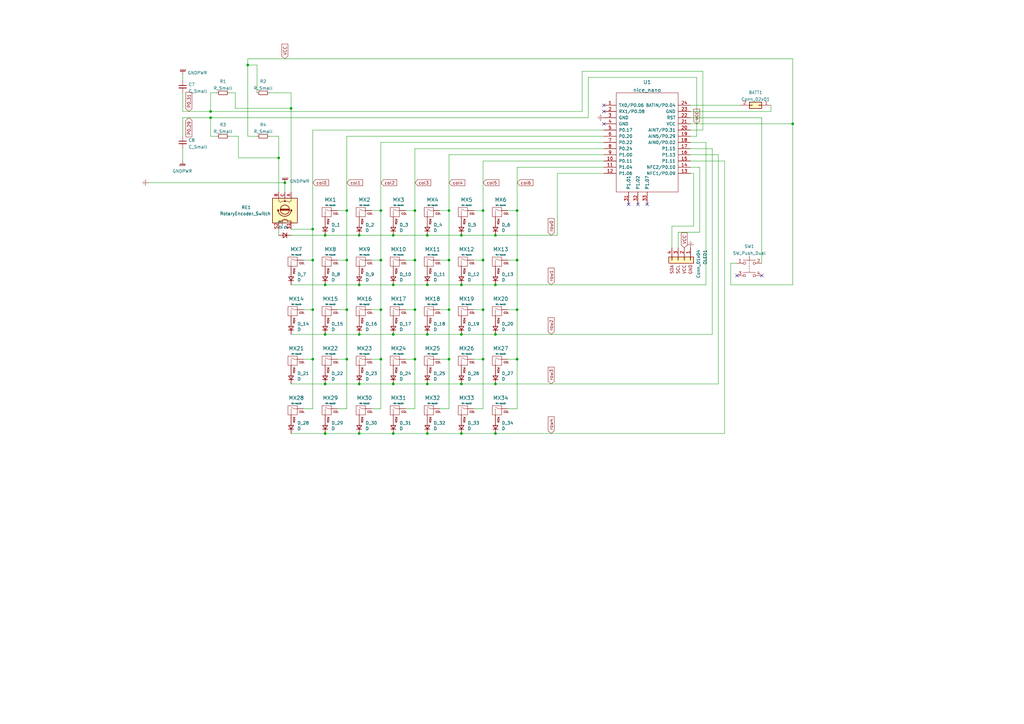
<source format=kicad_sch>
(kicad_sch (version 20211123) (generator eeschema)
  (paper "A3")
  (title_block (title "mk_01_LHS") (date "2022-05-12") (rev "v0.1") (company "Bangor University"))
  (lib_symbols
    (symbol "Connector_Generic:Conn_01x04" (pin_names (offset 1.016) hide)
      (property "Reference" "OLED" (at -4.318 8.5285 0))
      (property "Value" "Conn_01x04" (at -4.318 5.7534 0))
      (symbol "Conn_01x04_0_0"
        (text "GND" (at 3.81 2.54 0) (effects (font (size 1.27 1.27))))
        (text "SCL" (at 3.81 -2.54 0) (effects (font (size 1.27 1.27))))
        (text "SDA" (at 3.81 -5.08 0) (effects (font (size 1.27 1.27))))
        (text "VCC" (at 3.81 0 0) (effects (font (size 1.27 1.27))))
      )
      (symbol "Conn_01x04_1_1"
        (rectangle (start -1.27 -4.953) (end 0 -5.207) (stroke (width 0.1524)))
        (rectangle (start -1.27 -2.413) (end 0 -2.667) (stroke (width 0.1524)))
        (rectangle (start -1.27 0.127) (end 0 -0.127) (stroke (width 0.1524)))
        (rectangle (start -1.27 2.667) (end 0 2.413) (stroke (width 0.1524)))
        (rectangle (start -1.27 3.81) (end 1.27 -6.35) (stroke (width 0.254)) (fill (type background)))
        (pin passive line (at -5.08 2.54 0) (length 3.81) (name "Pin_1") (number "1"))
        (pin passive line (at -5.08 0 0) (length 3.81) (name "Pin_2") (number "2"))
        (pin passive line (at -5.08 -2.54 0) (length 3.81) (name "Pin_3") (number "3"))
        (pin passive line (at -5.08 -5.08 0) (length 3.81) (name "Pin_4") (number "4"))
      )
    )
    (symbol "Connector_Generic:Conn_02x01" (pin_names (offset 1.016) hide)
      (property "Reference" "J" (at 1.27 2.54 0))
      (property "Value" "Conn_02x01" (at 1.27 -2.54 0))
      (symbol "Conn_02x01_1_1"
        (rectangle (start -1.27 0.127) (end 0 -0.127) (stroke (width 0.1524)))
        (rectangle (start -1.27 1.27) (end 3.81 -1.27) (stroke (width 0.254)) (fill (type background)))
        (rectangle (start 3.81 0.127) (end 2.54 -0.127) (stroke (width 0.1524)))
        (pin passive line (at -5.08 0 0) (length 3.81) (name "Pin_1") (number "1"))
        (pin passive line (at 7.62 0 180) (length 3.81) (name "Pin_2") (number "2"))
      )
    )
    (symbol "Device:C_Small" (pin_numbers hide) (pin_names (offset 0.254) hide)
      (property "Reference" "C" (at 0.254 1.778 0))
      (property "Value" "C_Small" (at 0.254 -2.032 0))
      (symbol "C_Small_0_1"
        (polyline (pts (xy -1.524 -0.508) (xy 1.524 -0.508)) (stroke (width 0.3302)))
        (polyline (pts (xy -1.524 0.508) (xy 1.524 0.508)) (stroke (width 0.3048)))
      )
      (symbol "C_Small_1_1"
        (pin passive line (at 0 2.54 270) (length 2.032) (name "~") (number "1"))
        (pin passive line (at 0 -2.54 90) (length 2.032) (name "~") (number "2"))
      )
    )
    (symbol "Device:D_Small" (pin_numbers hide) (pin_names (offset 0.254) hide)
      (property "Reference" "D" (at -1.27 2.032 0))
      (property "Value" "D_Small" (at -3.81 -2.032 0))
      (symbol "D_Small_0_1"
        (polyline (pts (xy -0.762 -1.016) (xy -0.762 1.016)) (stroke (width 0.254)))
        (polyline (pts (xy -0.762 0) (xy 0.762 0)))
        (polyline (pts (xy 0.762 -1.016) (xy -0.762 0) (xy 0.762 1.016) (xy 0.762 -1.016)) (stroke (width 0.254)))
      )
      (symbol "D_Small_1_1"
        (pin passive line (at -2.54 0 0) (length 1.778) (name "K") (number "1"))
        (pin passive line (at 2.54 0 180) (length 1.778) (name "A") (number "2"))
      )
    )
    (symbol "Device:R_Small" (pin_numbers hide) (pin_names (offset 0.254) hide)
      (property "Reference" "R" (at 0.762 0.508 0))
      (property "Value" "R_Small" (at 0.762 -1.016 0))
      (symbol "R_Small_0_1"
        (rectangle (start -0.762 1.778) (end 0.762 -1.778) (stroke (width 0.2032)))
      )
      (symbol "R_Small_1_1"
        (pin passive line (at 0 2.54 270) (length 0.762) (name "~") (number "1"))
        (pin passive line (at 0 -2.54 90) (length 0.762) (name "~") (number "2"))
      )
    )
    (symbol "Device:RotaryEncoder_Switch" (pin_names (offset 0.254) hide)
      (property "Reference" "SW" (at 0 6.604 0))
      (property "Value" "RotaryEncoder_Switch" (at 0 -6.604 0))
      (symbol "RotaryEncoder_Switch_0_1"
        (rectangle (start -5.08 5.08) (end 5.08 -5.08) (stroke (width 0.254)) (fill (type background)))
        (circle (center -3.81 0) (radius 0.254) (fill (type outline)))
        (arc (start -0.381 -2.794) (mid 2.3622 -0.0635) (end -0.381 2.667) (stroke (width 0.254)))
        (circle (center -0.381 0) (radius 1.905) (stroke (width 0.254)))
        (polyline (pts (xy -0.635 -1.778) (xy -0.635 1.778)) (stroke (width 0.254)))
        (polyline (pts (xy -0.381 -1.778) (xy -0.381 1.778)) (stroke (width 0.254)))
        (polyline (pts (xy -0.127 1.778) (xy -0.127 -1.778)) (stroke (width 0.254)))
        (polyline (pts (xy 3.81 0) (xy 3.429 0)) (stroke (width 0.254)))
        (polyline (pts (xy 3.81 1.016) (xy 3.81 -1.016)) (stroke (width 0.254)))
        (polyline (pts (xy -5.08 -2.54) (xy -3.81 -2.54) (xy -3.81 -2.032)))
        (polyline (pts (xy -5.08 2.54) (xy -3.81 2.54) (xy -3.81 2.032)))
        (polyline (pts (xy 0.254 -3.048) (xy -0.508 -2.794) (xy 0.127 -2.413)) (stroke (width 0.254)))
        (polyline (pts (xy 0.254 2.921) (xy -0.508 2.667) (xy 0.127 2.286)) (stroke (width 0.254)))
        (polyline (pts (xy 5.08 -2.54) (xy 4.318 -2.54) (xy 4.318 -1.016)) (stroke (width 0.254)))
        (polyline (pts (xy 5.08 2.54) (xy 4.318 2.54) (xy 4.318 1.016)) (stroke (width 0.254)))
        (polyline (pts (xy -5.08 0) (xy -3.81 0) (xy -3.81 -1.016) (xy -3.302 -2.032)))
        (polyline (pts (xy -4.318 0) (xy -3.81 0) (xy -3.81 1.016) (xy -3.302 2.032)))
        (circle (center 4.318 -1.016) (radius 0.127) (stroke (width 0.254)))
        (circle (center 4.318 1.016) (radius 0.127) (stroke (width 0.254)))
      )
      (symbol "RotaryEncoder_Switch_1_1"
        (pin passive line (at -7.62 2.54 0) (length 2.54) (name "A") (number "A"))
        (pin passive line (at -7.62 -2.54 0) (length 2.54) (name "B") (number "B"))
        (pin passive line (at -7.62 0 0) (length 2.54) (name "C") (number "C"))
        (pin passive line (at 7.62 2.54 180) (length 2.54) (name "S1") (number "S1"))
        (pin passive line (at 7.62 -2.54 180) (length 2.54) (name "S2") (number "S2"))
      )
    )
    (symbol "MX_Alps_Hybrid:MX-NoLED" (pin_names (offset 1.016))
      (property "Reference" "MX" (at -0.635 3.81 0))
      (property "Value" "MX-NoLED" (at -0.635 1.27 0))
      (symbol "MX-NoLED_0_0"
        (rectangle (start -2.54 2.54) (end 1.27 -1.27))
        (polyline (pts (xy -1.27 -1.27) (xy -1.27 1.27)) (stroke (width 0.127)))
        (polyline (pts (xy 1.27 1.27) (xy 0 1.27) (xy -1.27 1.905)) (stroke (width 0.127)))
        (text "COL" (at 3.175 0 0) (effects (font (size 0.762 0.762))))
        (text "ROW" (at 0 -1.905 900) (effects (font (size 0.762 0.762)) (justify right)))
      )
      (symbol "MX-NoLED_1_1"
        (pin passive line (at 3.81 1.27 180) (length 2.54) (name "COL") (number "1"))
        (pin passive line (at -1.27 -3.81 90) (length 2.54) (name "ROW") (number "2"))
      )
    )
    (symbol "Switch:SW_Push_Dual" (pin_names (offset 1.016) hide)
      (property "Reference" "SW" (at 1.27 2.54 0))
      (property "Value" "SW_Push_Dual" (at 0 -6.858 0))
      (symbol "SW_Push_Dual_0_1"
        (circle (center -2.032 -5.08) (radius 0.508))
        (circle (center -2.032 0) (radius 0.508))
        (polyline (pts (xy 0 -3.048) (xy 0 -3.556)))
        (polyline (pts (xy 0 -2.032) (xy 0 -2.54)))
        (polyline (pts (xy 0 -1.524) (xy 0 -1.016)))
        (polyline (pts (xy 0 -0.508) (xy 0 0)))
        (polyline (pts (xy 0 0.508) (xy 0 1.016)))
        (polyline (pts (xy 0 1.27) (xy 0 3.048)))
        (polyline (pts (xy 2.54 -3.81) (xy -2.54 -3.81)))
        (polyline (pts (xy 2.54 1.27) (xy -2.54 1.27)))
        (circle (center 2.032 -5.08) (radius 0.508))
        (circle (center 2.032 0) (radius 0.508))
        (pin passive line (at -5.08 0 0) (length 2.54) (name "1") (number "1"))
        (pin passive line (at 5.08 0 180) (length 2.54) (name "2") (number "2"))
        (pin passive line (at -5.08 -5.08 0) (length 2.54) (name "3") (number "3"))
        (pin passive line (at 5.08 -5.08 180) (length 2.54) (name "4") (number "4"))
      )
    )
    (symbol "nice_nano:nice_nano" (pin_names (offset 1.016))
      (property "Reference" "U" (at 0 0 0))
      (property "Value" "nice_nano" (at 0 2.54 0))
      (symbol "nice_nano_0_1"
        (rectangle (start -12.7 -21.59) (end 12.7 19.05))
      )
      (symbol "nice_nano_1_1"
        (pin input line (at -17.78 13.97 0) (length 5.08) (name "TX0/P0.06") (number "1"))
        (pin input line (at -17.78 -8.89 0) (length 5.08) (name "P0.11") (number "10"))
        (pin input line (at -17.78 -11.43 0) (length 5.08) (name "P1.04") (number "11"))
        (pin input line (at -17.78 -13.97 0) (length 5.08) (name "P1.06") (number "12"))
        (pin input line (at 17.78 -13.97 180) (length 5.08) (name "NFC1/P0.09") (number "13"))
        (pin input line (at 17.78 -11.43 180) (length 5.08) (name "NFC2/P0.10") (number "14"))
        (pin input line (at 17.78 -8.89 180) (length 5.08) (name "P1.11") (number "15"))
        (pin input line (at 17.78 -6.35 180) (length 5.08) (name "P1.13") (number "16"))
        (pin input line (at 17.78 -3.81 180) (length 5.08) (name "P1.15") (number "17"))
        (pin input line (at 17.78 -1.27 180) (length 5.08) (name "AIN0/P0.02") (number "18"))
        (pin input line (at 17.78 1.27 180) (length 5.08) (name "AIN5/P0.29") (number "19"))
        (pin input line (at -17.78 11.43 0) (length 5.08) (name "RX1/P0.08") (number "2"))
        (pin input line (at 17.78 3.81 180) (length 5.08) (name "AIN7/P0.31") (number "20"))
        (pin input line (at 17.78 6.35 180) (length 5.08) (name "VCC") (number "21"))
        (pin input line (at 17.78 8.89 180) (length 5.08) (name "RST") (number "22"))
        (pin input line (at 17.78 11.43 180) (length 5.08) (name "GND") (number "23"))
        (pin input line (at 17.78 13.97 180) (length 5.08) (name "BATIN/P0.04") (number "24"))
        (pin input line (at -17.78 8.89 0) (length 5.08) (name "GND") (number "3"))
        (pin input line (at -7.62 -26.67 90) (length 5.08) (name "P1.01") (number "31"))
        (pin input line (at -3.81 -26.67 90) (length 5.08) (name "P1.02") (number "32"))
        (pin input line (at 0 -26.67 90) (length 5.08) (name "P1.07") (number "33"))
        (pin input line (at -17.78 6.35 0) (length 5.08) (name "GND") (number "4"))
        (pin input line (at -17.78 3.81 0) (length 5.08) (name "P0.17") (number "5"))
        (pin input line (at -17.78 1.27 0) (length 5.08) (name "P0.20") (number "6"))
        (pin input line (at -17.78 -1.27 0) (length 5.08) (name "P0.22") (number "7"))
        (pin input line (at -17.78 -3.81 0) (length 5.08) (name "P0.24") (number "8"))
        (pin input line (at -17.78 -6.35 0) (length 5.08) (name "P1.00") (number "9"))
      )
    )
    (symbol "power:Earth" (power) (pin_names (offset 0))
      (symbol "Earth_0_1"
        (polyline (pts (xy -0.635 -1.905) (xy 0.635 -1.905)))
        (polyline (pts (xy -0.127 -2.54) (xy 0.127 -2.54)))
        (polyline (pts (xy 0 -1.27) (xy 0 0)))
        (polyline (pts (xy 1.27 -1.27) (xy -1.27 -1.27)))
      )
      (symbol "Earth_1_1"
        (pin power_in line (at 0 0 270) (length 0) hide (name "Earth") (number "1"))
      )
    )
    (symbol "power:GNDPWR" (power) (pin_names (offset 0))
      (property "Value" "GNDPWR" (at 0 -3.302 0))
      (symbol "GNDPWR_0_1"
        (polyline (pts (xy 0 -1.27) (xy 0 0)))
        (polyline (pts (xy -1.016 -1.27) (xy -1.27 -2.032) (xy -1.27 -2.032)) (stroke (width 0.2032)))
        (polyline (pts (xy -0.508 -1.27) (xy -0.762 -2.032) (xy -0.762 -2.032)) (stroke (width 0.2032)))
        (polyline (pts (xy 0 -1.27) (xy -0.254 -2.032) (xy -0.254 -2.032)) (stroke (width 0.2032)))
        (polyline (pts (xy 0.508 -1.27) (xy 0.254 -2.032) (xy 0.254 -2.032)) (stroke (width 0.2032)))
        (polyline (pts (xy 1.016 -1.27) (xy -1.016 -1.27) (xy -1.016 -1.27)) (stroke (width 0.2032)))
        (polyline (pts (xy 1.016 -1.27) (xy 0.762 -2.032) (xy 0.762 -2.032) (xy 0.762 -2.032)) (stroke (width 0.2032)))
      )
      (symbol "GNDPWR_1_1"
        (pin power_in line (at 0 0 270) (length 0) hide (name "GNDPWR") (number "1"))
      )
    )
  )
  (junction (at 142.24 106.68))
  (junction (at 156.21 127))
  (junction (at 161.29 116.84))
  (junction (at 156.21 106.68))
  (junction (at 175.26 96.52))
  (junction (at 175.26 177.8))
  (junction (at 203.2 157.48))
  (junction (at 142.24 86.36))
  (junction (at 184.15 147.32))
  (junction (at 189.23 137.16))
  (junction (at 161.29 157.48))
  (junction (at 147.32 177.8))
  (junction (at 86.36 45.72))
  (junction (at 184.15 86.36))
  (junction (at 161.29 137.16))
  (junction (at 184.15 106.68))
  (junction (at 101.6 26.67))
  (junction (at 198.12 86.36))
  (junction (at 175.26 137.16))
  (junction (at 142.24 127))
  (junction (at 147.32 137.16))
  (junction (at 128.27 127))
  (junction (at 147.32 116.84))
  (junction (at 156.21 147.32))
  (junction (at 203.2 137.16))
  (junction (at 212.09 106.68))
  (junction (at 198.12 106.68))
  (junction (at 114.3 64.77))
  (junction (at 212.09 127))
  (junction (at 203.2 116.84))
  (junction (at 133.35 116.84))
  (junction (at 170.18 86.36))
  (junction (at 86.36 48.26))
  (junction (at 189.23 177.8))
  (junction (at 119.38 44.45))
  (junction (at 203.2 96.52))
  (junction (at 161.29 96.52))
  (junction (at 156.21 86.36))
  (junction (at 198.12 147.32))
  (junction (at 133.35 137.16))
  (junction (at 189.23 96.52))
  (junction (at 128.27 147.32))
  (junction (at 147.32 157.48))
  (junction (at 325.12 50.8))
  (junction (at 133.35 96.52))
  (junction (at 128.27 106.68))
  (junction (at 198.12 127))
  (junction (at 133.35 177.8))
  (junction (at 170.18 106.68))
  (junction (at 128.27 93.98))
  (junction (at 133.35 157.48))
  (junction (at 175.26 116.84))
  (junction (at 147.32 96.52))
  (junction (at 212.09 86.36))
  (junction (at 189.23 116.84))
  (junction (at 203.2 177.8))
  (junction (at 161.29 177.8))
  (junction (at 142.24 147.32))
  (junction (at 170.18 127))
  (junction (at 189.23 157.48))
  (junction (at 184.15 127))
  (junction (at 175.26 157.48))
  (junction (at 212.09 147.32))
  (junction (at 116.84 74.93))
  (junction (at 170.18 147.32))
  (no_connect (at 257.81 83.82))
  (no_connect (at 265.43 83.82))
  (no_connect (at 261.62 83.82))
  (no_connect (at 247.65 43.18))
  (no_connect (at 247.65 45.72))
  (no_connect (at 247.65 50.8))
  (no_connect (at 312.42 113.03))
  (no_connect (at 302.26 113.03))
  (wire (pts (xy 156.21 58.42) (xy 247.65 58.42)))
  (wire (pts (xy 184.15 127) (xy 184.15 147.32)))
  (wire (pts (xy 294.64 63.5) (xy 294.64 157.48)))
  (wire (pts (xy 275.59 92.71) (xy 284.48 92.71)))
  (wire (pts (xy 299.72 107.95) (xy 299.72 116.84)))
  (wire (pts (xy 212.09 147.32) (xy 208.28 147.32)))
  (wire (pts (xy 184.15 106.68) (xy 184.15 127)))
  (wire (pts (xy 114.3 64.77) (xy 97.79 64.77)))
  (wire (pts (xy 302.26 107.95) (xy 299.72 107.95)))
  (wire (pts (xy 119.38 44.45) (xy 119.38 78.74)))
  (wire (pts (xy 203.2 177.8) (xy 297.18 177.8)))
  (wire (pts (xy 114.3 55.88) (xy 114.3 64.77)))
  (wire (pts (xy 184.15 167.64) (xy 180.34 167.64)))
  (wire (pts (xy 285.75 31.75) (xy 285.75 55.88)))
  (wire (pts (xy 212.09 147.32) (xy 212.09 167.64)))
  (wire (pts (xy 312.42 48.26) (xy 283.21 48.26)))
  (wire (pts (xy 110.49 55.88) (xy 114.3 55.88)))
  (wire (pts (xy 184.15 63.5) (xy 247.65 63.5)))
  (wire (pts (xy 86.36 48.26) (xy 241.3 48.26)))
  (wire (pts (xy 198.12 167.64) (xy 194.31 167.64)))
  (wire (pts (xy 161.29 177.8) (xy 175.26 177.8)))
  (wire (pts (xy 283.21 60.96) (xy 292.1 60.96)))
  (wire (pts (xy 128.27 127) (xy 128.27 147.32)))
  (wire (pts (xy 198.12 147.32) (xy 198.12 167.64)))
  (wire (pts (xy 283.21 43.18) (xy 303.53 43.18)))
  (wire (pts (xy 74.93 45.72) (xy 86.36 45.72)))
  (wire (pts (xy 238.76 29.21) (xy 288.29 29.21)))
  (wire (pts (xy 74.93 30.48) (xy 74.93 33.02)))
  (wire (pts (xy 170.18 127) (xy 170.18 147.32)))
  (wire (pts (xy 142.24 106.68) (xy 142.24 127)))
  (wire (pts (xy 128.27 53.34) (xy 128.27 93.98)))
  (wire (pts (xy 116.84 78.74) (xy 116.84 74.93)))
  (wire (pts (xy 142.24 127) (xy 138.43 127)))
  (wire (pts (xy 86.36 55.88) (xy 88.9 55.88)))
  (wire (pts (xy 142.24 106.68) (xy 138.43 106.68)))
  (wire (pts (xy 101.6 26.67) (xy 105.41 26.67)))
  (wire (pts (xy 283.21 68.58) (xy 287.02 68.58)))
  (wire (pts (xy 212.09 68.58) (xy 247.65 68.58)))
  (wire (pts (xy 285.75 55.88) (xy 283.21 55.88)))
  (wire (pts (xy 101.6 26.67) (xy 101.6 55.88)))
  (wire (pts (xy 289.56 58.42) (xy 283.21 58.42)))
  (wire (pts (xy 325.12 50.8) (xy 325.12 116.84)))
  (wire (pts (xy 170.18 106.68) (xy 170.18 127)))
  (wire (pts (xy 86.36 45.72) (xy 238.76 45.72)))
  (wire (pts (xy 128.27 53.34) (xy 247.65 53.34)))
  (wire (pts (xy 110.49 38.1) (xy 119.38 38.1)))
  (wire (pts (xy 119.38 93.98) (xy 128.27 93.98)))
  (wire (pts (xy 147.32 177.8) (xy 161.29 177.8)))
  (wire (pts (xy 189.23 116.84) (xy 203.2 116.84)))
  (wire (pts (xy 198.12 106.68) (xy 198.12 127)))
  (wire (pts (xy 161.29 116.84) (xy 175.26 116.84)))
  (wire (pts (xy 198.12 127) (xy 194.31 127)))
  (wire (pts (xy 74.93 66.04) (xy 74.93 60.96)))
  (wire (pts (xy 170.18 167.64) (xy 166.37 167.64)))
  (wire (pts (xy 156.21 167.64) (xy 152.4 167.64)))
  (wire (pts (xy 128.27 106.68) (xy 124.46 106.68)))
  (wire (pts (xy 316.23 45.72) (xy 316.23 43.18)))
  (wire (pts (xy 156.21 106.68) (xy 156.21 127)))
  (wire (pts (xy 142.24 55.88) (xy 247.65 55.88)))
  (wire (pts (xy 312.42 107.95) (xy 312.42 48.26)))
  (wire (pts (xy 119.38 38.1) (xy 119.38 44.45)))
  (wire (pts (xy 189.23 157.48) (xy 203.2 157.48)))
  (wire (pts (xy 284.48 92.71) (xy 284.48 71.12)))
  (wire (pts (xy 86.36 48.26) (xy 86.36 55.88)))
  (wire (pts (xy 142.24 127) (xy 142.24 147.32)))
  (wire (pts (xy 212.09 127) (xy 212.09 147.32)))
  (wire (pts (xy 128.27 147.32) (xy 128.27 167.64)))
  (wire (pts (xy 147.32 157.48) (xy 161.29 157.48)))
  (wire (pts (xy 96.52 38.1) (xy 93.98 38.1)))
  (wire (pts (xy 212.09 167.64) (xy 208.28 167.64)))
  (wire (pts (xy 161.29 96.52) (xy 175.26 96.52)))
  (wire (pts (xy 228.6 96.52) (xy 228.6 71.12)))
  (wire (pts (xy 128.27 106.68) (xy 128.27 127)))
  (wire (pts (xy 119.38 96.52) (xy 133.35 96.52)))
  (wire (pts (xy 96.52 44.45) (xy 96.52 38.1)))
  (wire (pts (xy 212.09 127) (xy 208.28 127)))
  (wire (pts (xy 97.79 64.77) (xy 97.79 55.88)))
  (wire (pts (xy 198.12 127) (xy 198.12 147.32)))
  (wire (pts (xy 128.27 147.32) (xy 124.46 147.32)))
  (wire (pts (xy 170.18 106.68) (xy 166.37 106.68)))
  (wire (pts (xy 128.27 127) (xy 124.46 127)))
  (wire (pts (xy 161.29 137.16) (xy 175.26 137.16)))
  (wire (pts (xy 97.79 55.88) (xy 93.98 55.88)))
  (wire (pts (xy 156.21 127) (xy 156.21 147.32)))
  (wire (pts (xy 74.93 48.26) (xy 74.93 55.88)))
  (wire (pts (xy 203.2 116.84) (xy 289.56 116.84)))
  (wire (pts (xy 86.36 45.72) (xy 86.36 38.1)))
  (wire (pts (xy 184.15 63.5) (xy 184.15 86.36)))
  (wire (pts (xy 161.29 157.48) (xy 175.26 157.48)))
  (wire (pts (xy 184.15 147.32) (xy 180.34 147.32)))
  (wire (pts (xy 288.29 53.34) (xy 283.21 53.34)))
  (wire (pts (xy 283.21 66.04) (xy 297.18 66.04)))
  (wire (pts (xy 105.41 26.67) (xy 105.41 38.1)))
  (wire (pts (xy 119.38 116.84) (xy 133.35 116.84)))
  (wire (pts (xy 170.18 147.32) (xy 170.18 167.64)))
  (wire (pts (xy 292.1 60.96) (xy 292.1 137.16)))
  (wire (pts (xy 175.26 177.8) (xy 189.23 177.8)))
  (wire (pts (xy 212.09 86.36) (xy 212.09 106.68)))
  (wire (pts (xy 128.27 167.64) (xy 124.46 167.64)))
  (wire (pts (xy 60.96 74.93) (xy 116.84 74.93)))
  (wire (pts (xy 101.6 55.88) (xy 105.41 55.88)))
  (wire (pts (xy 289.56 58.42) (xy 289.56 116.84)))
  (wire (pts (xy 198.12 147.32) (xy 194.31 147.32)))
  (wire (pts (xy 175.26 116.84) (xy 189.23 116.84)))
  (wire (pts (xy 228.6 71.12) (xy 247.65 71.12)))
  (wire (pts (xy 128.27 93.98) (xy 128.27 106.68)))
  (wire (pts (xy 147.32 96.52) (xy 161.29 96.52)))
  (wire (pts (xy 166.37 86.36) (xy 170.18 86.36)))
  (wire (pts (xy 114.3 93.98) (xy 114.3 96.52)))
  (wire (pts (xy 189.23 177.8) (xy 203.2 177.8)))
  (wire (pts (xy 184.15 106.68) (xy 180.34 106.68)))
  (wire (pts (xy 156.21 58.42) (xy 156.21 86.36)))
  (wire (pts (xy 241.3 48.26) (xy 241.3 31.75)))
  (wire (pts (xy 142.24 167.64) (xy 138.43 167.64)))
  (wire (pts (xy 175.26 157.48) (xy 189.23 157.48)))
  (wire (pts (xy 198.12 66.04) (xy 247.65 66.04)))
  (wire (pts (xy 142.24 147.32) (xy 142.24 167.64)))
  (wire (pts (xy 119.38 137.16) (xy 133.35 137.16)))
  (wire (pts (xy 299.72 116.84) (xy 325.12 116.84)))
  (wire (pts (xy 156.21 147.32) (xy 152.4 147.32)))
  (wire (pts (xy 74.93 38.1) (xy 74.93 45.72)))
  (wire (pts (xy 156.21 106.68) (xy 152.4 106.68)))
  (wire (pts (xy 119.38 177.8) (xy 133.35 177.8)))
  (wire (pts (xy 288.29 29.21) (xy 288.29 53.34)))
  (wire (pts (xy 283.21 45.72) (xy 316.23 45.72)))
  (wire (pts (xy 133.35 96.52) (xy 147.32 96.52)))
  (wire (pts (xy 283.21 63.5) (xy 294.64 63.5)))
  (wire (pts (xy 156.21 86.36) (xy 156.21 106.68)))
  (wire (pts (xy 170.18 147.32) (xy 166.37 147.32)))
  (wire (pts (xy 238.76 45.72) (xy 238.76 29.21)))
  (wire (pts (xy 287.02 68.58) (xy 287.02 95.25)))
  (wire (pts (xy 133.35 116.84) (xy 147.32 116.84)))
  (wire (pts (xy 198.12 66.04) (xy 198.12 86.36)))
  (wire (pts (xy 287.02 95.25) (xy 278.13 95.25)))
  (wire (pts (xy 114.3 64.77) (xy 114.3 78.74)))
  (wire (pts (xy 86.36 38.1) (xy 88.9 38.1)))
  (wire (pts (xy 147.32 137.16) (xy 161.29 137.16)))
  (wire (pts (xy 194.31 86.36) (xy 198.12 86.36)))
  (wire (pts (xy 184.15 127) (xy 180.34 127)))
  (wire (pts (xy 198.12 86.36) (xy 198.12 106.68)))
  (wire (pts (xy 203.2 157.48) (xy 294.64 157.48)))
  (wire (pts (xy 101.6 24.13) (xy 325.12 24.13)))
  (wire (pts (xy 212.09 106.68) (xy 208.28 106.68)))
  (wire (pts (xy 212.09 68.58) (xy 212.09 86.36)))
  (wire (pts (xy 170.18 127) (xy 166.37 127)))
  (wire (pts (xy 170.18 60.96) (xy 170.18 86.36)))
  (wire (pts (xy 138.43 86.36) (xy 142.24 86.36)))
  (wire (pts (xy 119.38 157.48) (xy 133.35 157.48)))
  (wire (pts (xy 198.12 106.68) (xy 194.31 106.68)))
  (wire (pts (xy 275.59 101.6) (xy 275.59 92.71)))
  (wire (pts (xy 175.26 96.52) (xy 189.23 96.52)))
  (wire (pts (xy 101.6 26.67) (xy 101.6 24.13)))
  (wire (pts (xy 156.21 147.32) (xy 156.21 167.64)))
  (wire (pts (xy 175.26 137.16) (xy 189.23 137.16)))
  (wire (pts (xy 133.35 137.16) (xy 147.32 137.16)))
  (wire (pts (xy 152.4 86.36) (xy 156.21 86.36)))
  (wire (pts (xy 278.13 95.25) (xy 278.13 101.6)))
  (wire (pts (xy 156.21 127) (xy 152.4 127)))
  (wire (pts (xy 208.28 86.36) (xy 212.09 86.36)))
  (wire (pts (xy 119.38 44.45) (xy 96.52 44.45)))
  (wire (pts (xy 142.24 55.88) (xy 142.24 86.36)))
  (wire (pts (xy 283.21 50.8) (xy 325.12 50.8)))
  (wire (pts (xy 212.09 106.68) (xy 212.09 127)))
  (wire (pts (xy 189.23 96.52) (xy 203.2 96.52)))
  (wire (pts (xy 133.35 157.48) (xy 147.32 157.48)))
  (wire (pts (xy 184.15 86.36) (xy 184.15 106.68)))
  (wire (pts (xy 241.3 31.75) (xy 285.75 31.75)))
  (wire (pts (xy 147.32 116.84) (xy 161.29 116.84)))
  (wire (pts (xy 297.18 66.04) (xy 297.18 177.8)))
  (wire (pts (xy 180.34 86.36) (xy 184.15 86.36)))
  (wire (pts (xy 142.24 147.32) (xy 138.43 147.32)))
  (wire (pts (xy 170.18 60.96) (xy 247.65 60.96)))
  (wire (pts (xy 170.18 86.36) (xy 170.18 106.68)))
  (wire (pts (xy 203.2 96.52) (xy 228.6 96.52)))
  (wire (pts (xy 325.12 24.13) (xy 325.12 50.8)))
  (wire (pts (xy 133.35 177.8) (xy 147.32 177.8)))
  (wire (pts (xy 142.24 86.36) (xy 142.24 106.68)))
  (wire (pts (xy 184.15 147.32) (xy 184.15 167.64)))
  (wire (pts (xy 189.23 137.16) (xy 203.2 137.16)))
  (wire (pts (xy 284.48 71.12) (xy 283.21 71.12)))
  (wire (pts (xy 74.93 48.26) (xy 86.36 48.26)))
  (wire (pts (xy 203.2 137.16) (xy 292.1 137.16)))
  (global_label "row2" (shape input) (at 226.06 137.16 90) (property "Intersheet References" "${INTERSHEET_REFS}" (effects hide)))
  (global_label "P0.29" (shape input) (at 77.47 48.26 270) (property "Intersheet References" "${INTERSHEET_REFS}" (effects hide)))
  (global_label "row3" (shape input) (at 226.06 157.48 90) (property "Intersheet References" "${INTERSHEET_REFS}" (effects hide)))
  (global_label "col6" (shape input) (at 212.09 74.93 0) (property "Intersheet References" "${INTERSHEET_REFS}" (effects hide)))
  (global_label "col1" (shape input) (at 142.24 74.93 0) (property "Intersheet References" "${INTERSHEET_REFS}" (effects hide)))
  (global_label "VCC" (shape input) (at 280.67 101.6 90) (property "Intersheet References" "${INTERSHEET_REFS}" (effects hide)))
  (global_label "col5" (shape input) (at 198.12 74.93 0) (property "Intersheet References" "${INTERSHEET_REFS}" (effects hide)))
  (global_label "col0" (shape input) (at 128.27 74.93 0) (property "Intersheet References" "${INTERSHEET_REFS}" (effects hide)))
  (global_label "VCC" (shape input) (at 285.75 50.8 90) (property "Intersheet References" "${INTERSHEET_REFS}" (effects hide)))
  (global_label "col2" (shape input) (at 156.21 74.93 0) (property "Intersheet References" "${INTERSHEET_REFS}" (effects hide)))
  (global_label "VCC" (shape input) (at 116.84 24.13 90) (property "Intersheet References" "${INTERSHEET_REFS}" (effects hide)))
  (global_label "row0" (shape input) (at 226.06 96.52 90) (property "Intersheet References" "${INTERSHEET_REFS}" (effects hide)))
  (global_label "row4" (shape input) (at 226.06 177.8 90) (property "Intersheet References" "${INTERSHEET_REFS}" (effects hide)))
  (global_label "P0.31" (shape input) (at 77.47 45.72 90) (property "Intersheet References" "${INTERSHEET_REFS}" (effects hide)))
  (global_label "col3" (shape input) (at 170.18 74.93 0) (property "Intersheet References" "${INTERSHEET_REFS}" (effects hide)))
  (global_label "col4" (shape input) (at 184.15 74.93 0) (property "Intersheet References" "${INTERSHEET_REFS}" (effects hide)))
  (global_label "row1" (shape input) (at 226.06 116.84 90) (property "Intersheet References" "${INTERSHEET_REFS}" (effects hide)))
  (symbol (lib_id "Device:D_Small") (at 119.38 114.3 90) (unit 1)
    (property "Reference" "D_7" (at 121.92 112.522 90) (effects (justify right)))
    (property "Value" "D" (at 121.92 114.808 90) (effects (justify right)))
    (property "Footprint" "Diode_SMD:D_SOD-123" (effects hide))
  )
  (symbol (lib_id "MX_Alps_Hybrid:MX-NoLED") (at 148.59 128.27 0) (unit 1)
    (property "Reference" "MX16" (at 149.4756 122.5765 0) (effects (font (size 1.524 1.524))))
    (property "Value" "MX-NoLED" (at 149.4756 124.8471 0) (effects (font (size 0.508 0.508))))
    (property "Footprint" "MX_Only:MXOnly-1U-Hotswap-NoLED" (effects hide))
  )
  (symbol (lib_id "Device:D_Small") (at 189.23 134.62 90) (unit 1)
    (property "Reference" "D_19" (at 191.77 132.842 90) (effects (justify right)))
    (property "Value" "D" (at 191.77 135.128 90) (effects (justify right)))
    (property "Footprint" "Diode_SMD:D_SOD-123" (effects hide))
  )
  (symbol (lib_id "Device:D_Small") (at 189.23 154.94 90) (unit 1)
    (property "Reference" "D_26" (at 191.77 153.162 90) (effects (justify right)))
    (property "Value" "D" (at 191.77 155.448 90) (effects (justify right)))
    (property "Footprint" "Diode_SMD:D_SOD-123" (effects hide))
  )
  (symbol (lib_id "Device:D_Small") (at 119.38 154.94 90) (unit 1)
    (property "Reference" "D_21" (at 121.92 153.162 90) (effects (justify right)))
    (property "Value" "D" (at 121.92 155.448 90) (effects (justify right)))
    (property "Footprint" "Diode_SMD:D_SOD-123" (effects hide))
  )
  (symbol (lib_id "MX_Alps_Hybrid:MX-NoLED") (at 120.65 148.59 0) (unit 1)
    (property "Reference" "MX21" (at 121.5356 142.8965 0) (effects (font (size 1.524 1.524))))
    (property "Value" "MX-NoLED" (at 121.5356 145.1671 0) (effects (font (size 0.508 0.508))))
    (property "Footprint" "MX_Only:MXOnly-1U-Hotswap-NoLED" (effects hide))
  )
  (symbol (lib_id "MX_Alps_Hybrid:MX-NoLED") (at 176.53 168.91 0) (unit 1)
    (property "Reference" "MX32" (at 177.4156 163.2165 0) (effects (font (size 1.524 1.524))))
    (property "Value" "MX-NoLED" (at 177.4156 165.4871 0) (effects (font (size 0.508 0.508))))
    (property "Footprint" "MX_Only:MXOnly-1U-Hotswap-NoLED" (effects hide))
  )
  (symbol (lib_id "power:GNDPWR") (at 74.93 30.48 180) (unit 1)
    (property "Reference" "#PWR0103" (effects hide))
    (property "Value" "GNDPWR" (at 76.9366 29.8922 0) (effects (justify right)))
  )
  (symbol (lib_id "Device:D_Small") (at 175.26 154.94 90) (unit 1)
    (property "Reference" "D_25" (at 177.8 153.162 90) (effects (justify right)))
    (property "Value" "D" (at 177.8 155.448 90) (effects (justify right)))
    (property "Footprint" "Diode_SMD:D_SOD-123" (effects hide))
  )
  (symbol (lib_id "Device:D_Small") (at 189.23 175.26 90) (unit 1)
    (property "Reference" "D_33" (at 191.77 173.482 90) (effects (justify right)))
    (property "Value" "D" (at 191.77 175.768 90) (effects (justify right)))
    (property "Footprint" "Diode_SMD:D_SOD-123" (effects hide))
  )
  (symbol (lib_id "Device:D_Small") (at 133.35 134.62 90) (unit 1)
    (property "Reference" "D_15" (at 135.89 132.842 90) (effects (justify right)))
    (property "Value" "D" (at 135.89 135.128 90) (effects (justify right)))
    (property "Footprint" "Diode_SMD:D_SOD-123" (effects hide))
  )
  (symbol (lib_id "Connector_Generic:Conn_02x01") (at 311.15 43.18 180) (unit 1)
    (property "Reference" "BATT1" (at 309.88 37.9435 0))
    (property "Value" "Conn_02x01" (at 309.88 40.7186 0))
    (property "Footprint" "Capacitor_THT:C_Rect_L41.5mm_W20.0mm_P37.50mm_MKS4" (effects hide))
  )
  (symbol (lib_id "Device:D_Small") (at 133.35 114.3 90) (unit 1)
    (property "Reference" "D_8" (at 135.89 112.522 90) (effects (justify right)))
    (property "Value" "D" (at 135.89 114.808 90) (effects (justify right)))
    (property "Footprint" "Diode_SMD:D_SOD-123" (effects hide))
  )
  (symbol (lib_id "MX_Alps_Hybrid:MX-NoLED") (at 162.56 107.95 0) (unit 1)
    (property "Reference" "MX10" (at 163.4456 102.2565 0) (effects (font (size 1.524 1.524))))
    (property "Value" "MX-NoLED" (at 163.4456 104.5271 0) (effects (font (size 0.508 0.508))))
    (property "Footprint" "MX_Only:MXOnly-1U-Hotswap-NoLED" (effects hide))
  )
  (symbol (lib_id "MX_Alps_Hybrid:MX-NoLED") (at 190.5 87.63 0) (unit 1)
    (property "Reference" "MX5" (at 191.3856 81.9365 0) (effects (font (size 1.524 1.524))))
    (property "Value" "MX-NoLED" (at 191.3856 84.2071 0) (effects (font (size 0.508 0.508))))
    (property "Footprint" "MX_Only:MXOnly-1U-Hotswap-NoLED" (effects hide))
  )
  (symbol (lib_id "Connector_Generic:Conn_01x04") (at 280.67 106.68 270) (unit 1)
    (property "Reference" "OLED1" (at 289.1985 102.362 0) (effects (justify left)))
    (property "Value" "Conn_01x04" (at 286.4234 102.362 0) (effects (justify left)))
    (property "Footprint" "yuchi_kbd_lib:OLED_4Pin" (effects hide))
  )
  (symbol (lib_id "power:Earth") (at 247.65 48.26 270) (unit 1)
    (property "Reference" "#PWR0106" (effects hide))
    (property "Value" "Earth" (effects hide))
  )
  (symbol (lib_id "Device:D_Small") (at 147.32 154.94 90) (unit 1)
    (property "Reference" "D_23" (at 149.86 153.162 90) (effects (justify right)))
    (property "Value" "D" (at 149.86 155.448 90) (effects (justify right)))
    (property "Footprint" "Diode_SMD:D_SOD-123" (effects hide))
  )
  (symbol (lib_id "Device:D_Small") (at 133.35 154.94 90) (unit 1)
    (property "Reference" "D_22" (at 135.89 153.162 90) (effects (justify right)))
    (property "Value" "D" (at 135.89 155.448 90) (effects (justify right)))
    (property "Footprint" "Diode_SMD:D_SOD-123" (effects hide))
  )
  (symbol (lib_id "Device:D_Small") (at 203.2 175.26 90) (unit 1)
    (property "Reference" "D_34" (at 205.74 173.482 90) (effects (justify right)))
    (property "Value" "D" (at 205.74 175.768 90) (effects (justify right)))
    (property "Footprint" "Diode_SMD:D_SOD-123" (effects hide))
  )
  (symbol (lib_id "Device:D_Small") (at 147.32 93.98 90) (unit 1)
    (property "Reference" "D_2" (at 149.86 92.202 90) (effects (justify right)))
    (property "Value" "D" (at 149.86 94.488 90) (effects (justify right)))
    (property "Footprint" "Diode_SMD:D_SOD-123" (effects hide))
  )
  (symbol (lib_id "Device:D_Small") (at 161.29 154.94 90) (unit 1)
    (property "Reference" "D_24" (at 163.83 153.162 90) (effects (justify right)))
    (property "Value" "D" (at 163.83 155.448 90) (effects (justify right)))
    (property "Footprint" "Diode_SMD:D_SOD-123" (effects hide))
  )
  (symbol (lib_id "MX_Alps_Hybrid:MX-NoLED") (at 134.62 168.91 0) (unit 1)
    (property "Reference" "MX29" (at 135.5056 163.2165 0) (effects (font (size 1.524 1.524))))
    (property "Value" "MX-NoLED" (at 135.5056 165.4871 0) (effects (font (size 0.508 0.508))))
    (property "Footprint" "MX_Only:MXOnly-1U-Hotswap-NoLED" (effects hide))
  )
  (symbol (lib_id "MX_Alps_Hybrid:MX-NoLED") (at 176.53 128.27 0) (unit 1)
    (property "Reference" "MX18" (at 177.4156 122.5765 0) (effects (font (size 1.524 1.524))))
    (property "Value" "MX-NoLED" (at 177.4156 124.8471 0) (effects (font (size 0.508 0.508))))
    (property "Footprint" "MX_Only:MXOnly-1U-Hotswap-NoLED" (effects hide))
  )
  (symbol (lib_id "MX_Alps_Hybrid:MX-NoLED") (at 162.56 148.59 0) (unit 1)
    (property "Reference" "MX24" (at 163.4456 142.8965 0) (effects (font (size 1.524 1.524))))
    (property "Value" "MX-NoLED" (at 163.4456 145.1671 0) (effects (font (size 0.508 0.508))))
    (property "Footprint" "MX_Only:MXOnly-1U-Hotswap-NoLED" (effects hide))
  )
  (symbol (lib_id "Device:R_Small") (at 107.95 55.88 90) (unit 1)
    (property "Reference" "R4" (at 107.95 51.1769 90))
    (property "Value" "R_Small" (at 107.95 53.952 90))
    (property "Footprint" "Resistor_SMD:R_0805_2012Metric_Pad1.20x1.40mm_HandSolder" (effects hide))
  )
  (symbol (lib_id "Device:C_Small") (at 74.93 58.42 0) (unit 1)
    (property "Reference" "C8" (at 77.2541 57.5178 0) (effects (justify left)))
    (property "Value" "C_Small" (at 77.2541 60.2929 0) (effects (justify left)))
    (property "Footprint" "Capacitor_SMD:C_0805_2012Metric_Pad1.18x1.45mm_HandSolder" (effects hide))
  )
  (symbol (lib_id "MX_Alps_Hybrid:MX-NoLED") (at 134.62 107.95 0) (unit 1)
    (property "Reference" "MX8" (at 135.5056 102.2565 0) (effects (font (size 1.524 1.524))))
    (property "Value" "MX-NoLED" (at 135.5056 104.5271 0) (effects (font (size 0.508 0.508))))
    (property "Footprint" "MX_Only:MXOnly-1U-Hotswap-NoLED" (effects hide))
  )
  (symbol (lib_id "Device:D_Small") (at 175.26 93.98 90) (unit 1)
    (property "Reference" "D_4" (at 177.8 92.202 90) (effects (justify right)))
    (property "Value" "D" (at 177.8 94.488 90) (effects (justify right)))
    (property "Footprint" "Diode_SMD:D_SOD-123" (effects hide))
  )
  (symbol (lib_id "Device:D_Small") (at 175.26 114.3 90) (unit 1)
    (property "Reference" "D_11" (at 177.8 112.522 90) (effects (justify right)))
    (property "Value" "D" (at 177.8 114.808 90) (effects (justify right)))
    (property "Footprint" "Diode_SMD:D_SOD-123" (effects hide))
  )
  (symbol (lib_id "Device:D_Small") (at 203.2 154.94 90) (unit 1)
    (property "Reference" "D_27" (at 205.74 153.162 90) (effects (justify right)))
    (property "Value" "D" (at 205.74 155.448 90) (effects (justify right)))
    (property "Footprint" "Diode_SMD:D_SOD-123" (effects hide))
  )
  (symbol (lib_id "power:GNDPWR") (at 74.93 66.04 0) (unit 1)
    (property "Reference" "#PWR0105" (effects hide))
    (property "Value" "GNDPWR" (at 74.803 70.1961 0))
  )
  (symbol (lib_id "Device:D_Small") (at 133.35 93.98 90) (unit 1)
    (property "Reference" "D_1" (at 135.89 92.202 90) (effects (justify right)))
    (property "Value" "D" (at 135.89 94.488 90) (effects (justify right)))
    (property "Footprint" "Diode_SMD:D_SOD-123" (effects hide))
  )
  (symbol (lib_id "Device:D_Small") (at 203.2 114.3 90) (unit 1)
    (property "Reference" "D_13" (at 205.74 112.522 90) (effects (justify right)))
    (property "Value" "D" (at 205.74 114.808 90) (effects (justify right)))
    (property "Footprint" "Diode_SMD:D_SOD-123" (effects hide))
  )
  (symbol (lib_id "Device:R_Small") (at 91.44 55.88 270) (unit 1)
    (property "Reference" "R3" (at 91.44 51.1769 90))
    (property "Value" "R_Small" (at 91.44 53.952 90))
    (property "Footprint" "Resistor_SMD:R_0805_2012Metric_Pad1.20x1.40mm_HandSolder" (effects hide))
  )
  (symbol (lib_id "Device:D_Small") (at 147.32 134.62 90) (unit 1)
    (property "Reference" "D_16" (at 149.86 132.842 90) (effects (justify right)))
    (property "Value" "D" (at 149.86 135.128 90) (effects (justify right)))
    (property "Footprint" "Diode_SMD:D_SOD-123" (effects hide))
  )
  (symbol (lib_id "MX_Alps_Hybrid:MX-NoLED") (at 176.53 148.59 0) (unit 1)
    (property "Reference" "MX25" (at 177.4156 142.8965 0) (effects (font (size 1.524 1.524))))
    (property "Value" "MX-NoLED" (at 177.4156 145.1671 0) (effects (font (size 0.508 0.508))))
    (property "Footprint" "MX_Only:MXOnly-1U-Hotswap-NoLED" (effects hide))
  )
  (symbol (lib_id "power:Earth") (at 60.96 74.93 270) (unit 1)
    (property "Reference" "#PWR0101" (effects hide))
    (property "Value" "Earth" (effects hide))
  )
  (symbol (lib_id "MX_Alps_Hybrid:MX-NoLED") (at 176.53 107.95 0) (unit 1)
    (property "Reference" "MX11" (at 177.4156 102.2565 0) (effects (font (size 1.524 1.524))))
    (property "Value" "MX-NoLED" (at 177.4156 104.5271 0) (effects (font (size 0.508 0.508))))
    (property "Footprint" "MX_Only:MXOnly-1U-Hotswap-NoLED" (effects hide))
  )
  (symbol (lib_id "Device:D_Small") (at 119.38 175.26 90) (unit 1)
    (property "Reference" "D_28" (at 121.92 173.482 90) (effects (justify right)))
    (property "Value" "D" (at 121.92 175.768 90) (effects (justify right)))
    (property "Footprint" "Diode_SMD:D_SOD-123" (effects hide))
  )
  (symbol (lib_id "MX_Alps_Hybrid:MX-NoLED") (at 134.62 148.59 0) (unit 1)
    (property "Reference" "MX22" (at 135.5056 142.8965 0) (effects (font (size 1.524 1.524))))
    (property "Value" "MX-NoLED" (at 135.5056 145.1671 0) (effects (font (size 0.508 0.508))))
    (property "Footprint" "MX_Only:MXOnly-1U-Hotswap-NoLED" (effects hide))
  )
  (symbol (lib_id "MX_Alps_Hybrid:MX-NoLED") (at 162.56 128.27 0) (unit 1)
    (property "Reference" "MX17" (at 163.4456 122.5765 0) (effects (font (size 1.524 1.524))))
    (property "Value" "MX-NoLED" (at 163.4456 124.8471 0) (effects (font (size 0.508 0.508))))
    (property "Footprint" "MX_Only:MXOnly-1U-Hotswap-NoLED" (effects hide))
  )
  (symbol (lib_id "MX_Alps_Hybrid:MX-NoLED") (at 148.59 107.95 0) (unit 1)
    (property "Reference" "MX9" (at 149.4756 102.2565 0) (effects (font (size 1.524 1.524))))
    (property "Value" "MX-NoLED" (at 149.4756 104.5271 0) (effects (font (size 0.508 0.508))))
    (property "Footprint" "MX_Only:MXOnly-1U-Hotswap-NoLED" (effects hide))
  )
  (symbol (lib_id "MX_Alps_Hybrid:MX-NoLED") (at 190.5 148.59 0) (unit 1)
    (property "Reference" "MX26" (at 191.3856 142.8965 0) (effects (font (size 1.524 1.524))))
    (property "Value" "MX-NoLED" (at 191.3856 145.1671 0) (effects (font (size 0.508 0.508))))
    (property "Footprint" "MX_Only:MXOnly-1U-Hotswap-NoLED" (effects hide))
  )
  (symbol (lib_id "Device:D_Small") (at 175.26 175.26 90) (unit 1)
    (property "Reference" "D_32" (at 177.8 173.482 90) (effects (justify right)))
    (property "Value" "D" (at 177.8 175.768 90) (effects (justify right)))
    (property "Footprint" "Diode_SMD:D_SOD-123" (effects hide))
  )
  (symbol (lib_id "Device:R_Small") (at 91.44 38.1 90) (unit 1)
    (property "Reference" "R1" (at 91.44 33.3969 90))
    (property "Value" "R_Small" (at 91.44 36.172 90))
    (property "Footprint" "Resistor_SMD:R_0805_2012Metric_Pad1.20x1.40mm_HandSolder" (effects hide))
  )
  (symbol (lib_id "MX_Alps_Hybrid:MX-NoLED") (at 148.59 87.63 0) (unit 1)
    (property "Reference" "MX2" (at 149.4756 81.9365 0) (effects (font (size 1.524 1.524))))
    (property "Value" "MX-NoLED" (at 149.4756 84.2071 0) (effects (font (size 0.508 0.508))))
    (property "Footprint" "MX_Only:MXOnly-1U-Hotswap-NoLED" (effects hide))
  )
  (symbol (lib_id "MX_Alps_Hybrid:MX-NoLED") (at 204.47 148.59 0) (unit 1)
    (property "Reference" "MX27" (at 205.3556 142.8965 0) (effects (font (size 1.524 1.524))))
    (property "Value" "MX-NoLED" (at 205.3556 145.1671 0) (effects (font (size 0.508 0.508))))
    (property "Footprint" "MX_Only:MXOnly-1U-Hotswap-NoLED" (effects hide))
  )
  (symbol (lib_id "MX_Alps_Hybrid:MX-NoLED") (at 204.47 87.63 0) (unit 1)
    (property "Reference" "MX6" (at 205.3556 81.9365 0) (effects (font (size 1.524 1.524))))
    (property "Value" "MX-NoLED" (at 205.3556 84.2071 0) (effects (font (size 0.508 0.508))))
    (property "Footprint" "MX_Only:MXOnly-1U-Hotswap-NoLED" (effects hide))
  )
  (symbol (lib_id "MX_Alps_Hybrid:MX-NoLED") (at 204.47 128.27 0) (unit 1)
    (property "Reference" "MX20" (at 205.3556 122.5765 0) (effects (font (size 1.524 1.524))))
    (property "Value" "MX-NoLED" (at 205.3556 124.8471 0) (effects (font (size 0.508 0.508))))
    (property "Footprint" "MX_Only:MXOnly-1U-Hotswap-NoLED" (effects hide))
  )
  (symbol (lib_id "Device:D_Small") (at 175.26 134.62 90) (unit 1)
    (property "Reference" "D_18" (at 177.8 132.842 90) (effects (justify right)))
    (property "Value" "D" (at 177.8 135.128 90) (effects (justify right)))
    (property "Footprint" "Diode_SMD:D_SOD-123" (effects hide))
  )
  (symbol (lib_id "MX_Alps_Hybrid:MX-NoLED") (at 190.5 107.95 0) (unit 1)
    (property "Reference" "MX12" (at 191.3856 102.2565 0) (effects (font (size 1.524 1.524))))
    (property "Value" "MX-NoLED" (at 191.3856 104.5271 0) (effects (font (size 0.508 0.508))))
    (property "Footprint" "MX_Only:MXOnly-1U-Hotswap-NoLED" (effects hide))
  )
  (symbol (lib_id "MX_Alps_Hybrid:MX-NoLED") (at 204.47 107.95 0) (unit 1)
    (property "Reference" "MX13" (at 205.3556 102.2565 0) (effects (font (size 1.524 1.524))))
    (property "Value" "MX-NoLED" (at 205.3556 104.5271 0) (effects (font (size 0.508 0.508))))
    (property "Footprint" "MX_Only:MXOnly-1U-Hotswap-NoLED" (effects hide))
  )
  (symbol (lib_id "Device:D_Small") (at 189.23 93.98 90) (unit 1)
    (property "Reference" "D_5" (at 191.77 92.202 90) (effects (justify right)))
    (property "Value" "D" (at 191.77 94.488 90) (effects (justify right)))
    (property "Footprint" "Diode_SMD:D_SOD-123" (effects hide))
  )
  (symbol (lib_id "Device:D_Small") (at 147.32 175.26 90) (unit 1)
    (property "Reference" "D_30" (at 149.86 173.482 90) (effects (justify right)))
    (property "Value" "D" (at 149.86 175.768 90) (effects (justify right)))
    (property "Footprint" "Diode_SMD:D_SOD-123" (effects hide))
  )
  (symbol (lib_id "MX_Alps_Hybrid:MX-NoLED") (at 190.5 128.27 0) (unit 1)
    (property "Reference" "MX19" (at 191.3856 122.5765 0) (effects (font (size 1.524 1.524))))
    (property "Value" "MX-NoLED" (at 191.3856 124.8471 0) (effects (font (size 0.508 0.508))))
    (property "Footprint" "MX_Only:MXOnly-1U-Hotswap-NoLED" (effects hide))
  )
  (symbol (lib_id "MX_Alps_Hybrid:MX-NoLED") (at 120.65 128.27 0) (unit 1)
    (property "Reference" "MX14" (at 121.5356 122.5765 0) (effects (font (size 1.524 1.524))))
    (property "Value" "MX-NoLED" (at 121.5356 124.8471 0) (effects (font (size 0.508 0.508))))
    (property "Footprint" "MX_Only:MXOnly-1U-Hotswap-NoLED" (effects hide))
  )
  (symbol (lib_id "power:Earth") (at 283.21 101.6 180) (unit 1)
    (property "Reference" "#PWR0102" (effects hide))
    (property "Value" "Earth" (effects hide))
  )
  (symbol (lib_id "MX_Alps_Hybrid:MX-NoLED") (at 148.59 168.91 0) (unit 1)
    (property "Reference" "MX30" (at 149.4756 163.2165 0) (effects (font (size 1.524 1.524))))
    (property "Value" "MX-NoLED" (at 149.4756 165.4871 0) (effects (font (size 0.508 0.508))))
    (property "Footprint" "MX_Only:MXOnly-1U-Hotswap-NoLED" (effects hide))
  )
  (symbol (lib_id "Device:D_Small") (at 189.23 114.3 90) (unit 1)
    (property "Reference" "D_12" (at 191.77 112.522 90) (effects (justify right)))
    (property "Value" "D" (at 191.77 114.808 90) (effects (justify right)))
    (property "Footprint" "Diode_SMD:D_SOD-123" (effects hide))
  )
  (symbol (lib_id "MX_Alps_Hybrid:MX-NoLED") (at 134.62 128.27 0) (unit 1)
    (property "Reference" "MX15" (at 135.5056 122.5765 0) (effects (font (size 1.524 1.524))))
    (property "Value" "MX-NoLED" (at 135.5056 124.8471 0) (effects (font (size 0.508 0.508))))
    (property "Footprint" "MX_Only:MXOnly-1U-Hotswap-NoLED" (effects hide))
  )
  (symbol (lib_id "Device:D_Small") (at 133.35 175.26 90) (unit 1)
    (property "Reference" "D_29" (at 135.89 173.482 90) (effects (justify right)))
    (property "Value" "D" (at 135.89 175.768 90) (effects (justify right)))
    (property "Footprint" "Diode_SMD:D_SOD-123" (effects hide))
  )
  (symbol (lib_id "Device:D_Small") (at 116.84 96.52 180) (unit 1)
    (property "Reference" "D_?" (at 115.062 93.98 90) (effects (justify right)))
    (property "Value" "D" (at 117.348 93.98 90) (effects (justify right)))
    (property "Footprint" "Diode_SMD:D_SOD-123" (effects hide))
  )
  (symbol (lib_id "MX_Alps_Hybrid:MX-NoLED") (at 162.56 87.63 0) (unit 1)
    (property "Reference" "MX3" (at 163.4456 81.9365 0) (effects (font (size 1.524 1.524))))
    (property "Value" "MX-NoLED" (at 163.4456 84.2071 0) (effects (font (size 0.508 0.508))))
    (property "Footprint" "MX_Only:MXOnly-1U-Hotswap-NoLED" (effects hide))
  )
  (symbol (lib_id "Device:C_Small") (at 74.93 35.56 0) (unit 1)
    (property "Reference" "C7" (at 77.2541 34.6578 0) (effects (justify left)))
    (property "Value" "C_Small" (at 77.2541 37.4329 0) (effects (justify left)))
    (property "Footprint" "Capacitor_SMD:C_0805_2012Metric_Pad1.18x1.45mm_HandSolder" (effects hide))
  )
  (symbol (lib_id "power:GNDPWR") (at 116.84 74.93 180) (unit 1)
    (property "Reference" "#PWR0104" (effects hide))
    (property "Value" "GNDPWR" (at 118.8466 74.3422 0) (effects (justify right)))
  )
  (symbol (lib_id "Device:RotaryEncoder_Switch") (at 116.84 86.36 270) (unit 1)
    (property "Reference" "RE1" (at 99.06 85.09 90) (effects (justify left)))
    (property "Value" "RotaryEncoder_Switch" (at 90.17 87.63 90) (effects (justify left)))
    (property "Footprint" "Rotary_Encoder:RotaryEncoder_Alps_EC11E-Switch_Vertical_H20mm" (effects hide))
  )
  (symbol (lib_id "MX_Alps_Hybrid:MX-NoLED") (at 120.65 168.91 0) (unit 1)
    (property "Reference" "MX28" (at 121.5356 163.2165 0) (effects (font (size 1.524 1.524))))
    (property "Value" "MX-NoLED" (at 121.5356 165.4871 0) (effects (font (size 0.508 0.508))))
    (property "Footprint" "MX_Only:MXOnly-1U-Hotswap-NoLED" (effects hide))
  )
  (symbol (lib_id "Device:D_Small") (at 161.29 114.3 90) (unit 1)
    (property "Reference" "D_10" (at 163.83 112.522 90) (effects (justify right)))
    (property "Value" "D" (at 163.83 114.808 90) (effects (justify right)))
    (property "Footprint" "Diode_SMD:D_SOD-123" (effects hide))
  )
  (symbol (lib_id "MX_Alps_Hybrid:MX-NoLED") (at 134.62 87.63 0) (unit 1)
    (property "Reference" "MX1" (at 135.5056 81.9365 0) (effects (font (size 1.524 1.524))))
    (property "Value" "MX-NoLED" (at 135.5056 84.2071 0) (effects (font (size 0.508 0.508))))
    (property "Footprint" "MX_Only:MXOnly-1U-Hotswap-NoLED" (effects hide))
  )
  (symbol (lib_id "Device:D_Small") (at 119.38 134.62 90) (unit 1)
    (property "Reference" "D_14" (at 121.92 132.842 90) (effects (justify right)))
    (property "Value" "D" (at 121.92 135.128 90) (effects (justify right)))
    (property "Footprint" "Diode_SMD:D_SOD-123" (effects hide))
  )
  (symbol (lib_id "Device:R_Small") (at 107.95 38.1 90) (unit 1)
    (property "Reference" "R2" (at 107.95 33.3969 90))
    (property "Value" "R_Small" (at 107.95 36.172 90))
    (property "Footprint" "Resistor_SMD:R_0805_2012Metric_Pad1.20x1.40mm_HandSolder" (effects hide))
  )
  (symbol (lib_id "Device:D_Small") (at 161.29 134.62 90) (unit 1)
    (property "Reference" "D_17" (at 163.83 132.842 90) (effects (justify right)))
    (property "Value" "D" (at 163.83 135.128 90) (effects (justify right)))
    (property "Footprint" "Diode_SMD:D_SOD-123" (effects hide))
  )
  (symbol (lib_id "Device:D_Small") (at 161.29 93.98 90) (unit 1)
    (property "Reference" "D_3" (at 163.83 92.202 90) (effects (justify right)))
    (property "Value" "D" (at 163.83 94.488 90) (effects (justify right)))
    (property "Footprint" "Diode_SMD:D_SOD-123" (effects hide))
  )
  (symbol (lib_id "MX_Alps_Hybrid:MX-NoLED") (at 162.56 168.91 0) (unit 1)
    (property "Reference" "MX31" (at 163.4456 163.2165 0) (effects (font (size 1.524 1.524))))
    (property "Value" "MX-NoLED" (at 163.4456 165.4871 0) (effects (font (size 0.508 0.508))))
    (property "Footprint" "MX_Only:MXOnly-1U-Hotswap-NoLED" (effects hide))
  )
  (symbol (lib_id "Device:D_Small") (at 203.2 93.98 90) (unit 1)
    (property "Reference" "D_6" (at 205.74 92.202 90) (effects (justify right)))
    (property "Value" "D" (at 205.74 94.488 90) (effects (justify right)))
    (property "Footprint" "Diode_SMD:D_SOD-123" (effects hide))
  )
  (symbol (lib_id "Device:D_Small") (at 147.32 114.3 90) (unit 1)
    (property "Reference" "D_9" (at 149.86 112.522 90) (effects (justify right)))
    (property "Value" "D" (at 149.86 114.808 90) (effects (justify right)))
    (property "Footprint" "Diode_SMD:D_SOD-123" (effects hide))
  )
  (symbol (lib_id "MX_Alps_Hybrid:MX-NoLED") (at 148.59 148.59 0) (unit 1)
    (property "Reference" "MX23" (at 149.4756 142.8965 0) (effects (font (size 1.524 1.524))))
    (property "Value" "MX-NoLED" (at 149.4756 145.1671 0) (effects (font (size 0.508 0.508))))
    (property "Footprint" "MX_Only:MXOnly-1U-Hotswap-NoLED" (effects hide))
  )
  (symbol (lib_id "Switch:SW_Push_Dual") (at 307.34 107.95 0) (unit 1)
    (property "Reference" "SW1" (at 307.34 101.0625 0))
    (property "Value" "SW_Push_Dual" (at 307.34 103.8376 0))
    (property "Footprint" "Button_Switch_THT:SW_PUSH_6mm_H5mm" (effects hide))
  )
  (symbol (lib_id "Device:D_Small") (at 161.29 175.26 90) (unit 1)
    (property "Reference" "D_31" (at 163.83 173.482 90) (effects (justify right)))
    (property "Value" "D" (at 163.83 175.768 90) (effects (justify right)))
    (property "Footprint" "Diode_SMD:D_SOD-123" (effects hide))
  )
  (symbol (lib_id "MX_Alps_Hybrid:MX-NoLED") (at 120.65 107.95 0) (unit 1)
    (property "Reference" "MX7" (at 121.5356 102.2565 0) (effects (font (size 1.524 1.524))))
    (property "Value" "MX-NoLED" (at 121.5356 104.5271 0) (effects (font (size 0.508 0.508))))
    (property "Footprint" "MX_Only:MXOnly-1U-Hotswap-NoLED" (effects hide))
  )
  (symbol (lib_id "MX_Alps_Hybrid:MX-NoLED") (at 176.53 87.63 0) (unit 1)
    (property "Reference" "MX4" (at 177.4156 81.9365 0) (effects (font (size 1.524 1.524))))
    (property "Value" "MX-NoLED" (at 177.4156 84.2071 0) (effects (font (size 0.508 0.508))))
    (property "Footprint" "MX_Only:MXOnly-1U-Hotswap-NoLED" (effects hide))
  )
  (symbol (lib_id "MX_Alps_Hybrid:MX-NoLED") (at 190.5 168.91 0) (unit 1)
    (property "Reference" "MX33" (at 191.3856 163.2165 0) (effects (font (size 1.524 1.524))))
    (property "Value" "MX-NoLED" (at 191.3856 165.4871 0) (effects (font (size 0.508 0.508))))
    (property "Footprint" "MX_Only:MXOnly-1U-Hotswap-NoLED" (effects hide))
  )
  (symbol (lib_id "Device:D_Small") (at 203.2 134.62 90) (unit 1)
    (property "Reference" "D_20" (at 205.74 132.842 90) (effects (justify right)))
    (property "Value" "D" (at 205.74 135.128 90) (effects (justify right)))
    (property "Footprint" "Diode_SMD:D_SOD-123" (effects hide))
  )
  (symbol (lib_id "nice_nano:nice_nano") (at 265.43 57.15 0) (unit 1)
    (property "Reference" "U1" (at 265.43 33.6961 0) (effects (font (size 1.524 1.524))))
    (property "Value" "nice_nano" (at 265.43 36.9751 0) (effects (font (size 1.524 1.524))))
    (property "Footprint" "nice-nano-kicad-master:nice_nano" (effects hide))
  )
  (symbol (lib_id "MX_Alps_Hybrid:MX-NoLED") (at 204.47 168.91 0) (unit 1)
    (property "Reference" "MX34" (at 205.3556 163.2165 0) (effects (font (size 1.524 1.524))))
    (property "Value" "MX-NoLED" (at 205.3556 165.4871 0) (effects (font (size 0.508 0.508))))
    (property "Footprint" "MX_Only:MXOnly-1U-Hotswap-NoLED" (effects hide))
  )
)
</source>
